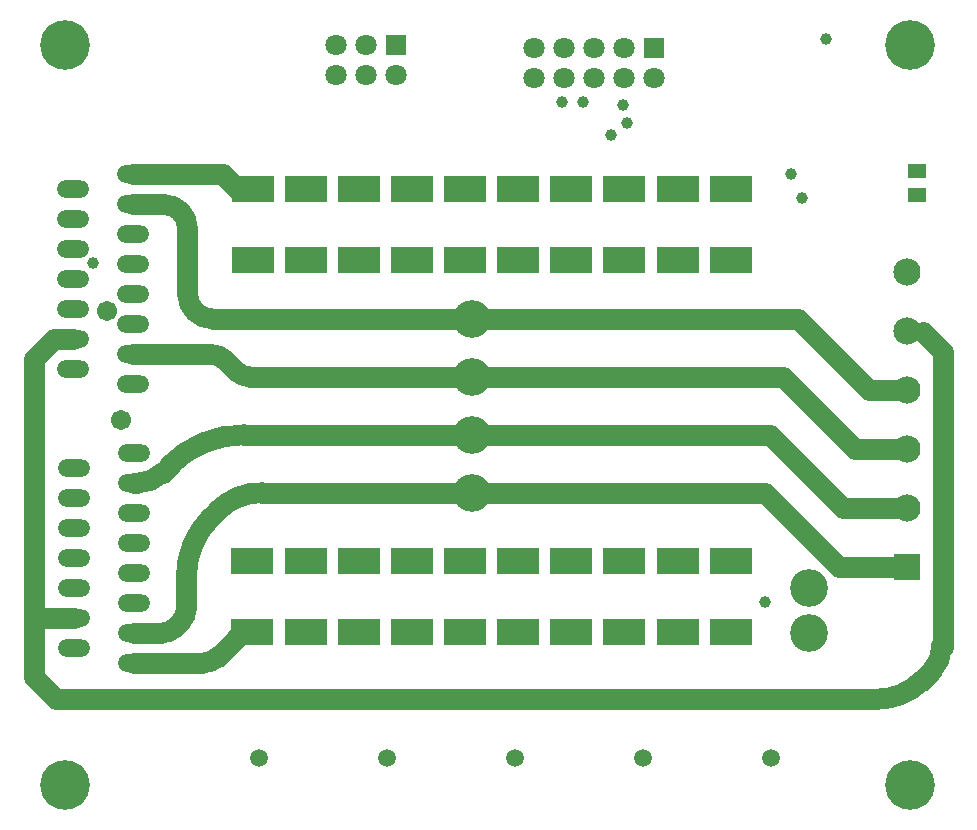
<source format=gts>
G04*
G04 #@! TF.GenerationSoftware,Altium Limited,Altium Designer,20.0.13 (296)*
G04*
G04 Layer_Color=8388736*
%FSLAX44Y44*%
%MOMM*%
G71*
G01*
G75*
%ADD16C,1.8000*%
%ADD17R,3.6032X2.2032*%
%ADD18R,1.6032X1.2032*%
%ADD19O,2.7432X1.4732*%
%ADD20R,1.5200X1.5200*%
%ADD21C,1.5200*%
%ADD22C,1.8082*%
%ADD23R,1.8082X1.8082*%
%ADD24R,2.3032X2.3032*%
%ADD25C,2.3032*%
%ADD26C,1.0032*%
%ADD27C,1.7032*%
%ADD28C,3.2032*%
%ADD29C,4.2032*%
D16*
X267000Y433000D02*
G03*
X267966Y432600I966J966D01*
G01*
X1034000Y408000D02*
G03*
X1036000Y412828I-4828J4828D01*
G01*
X1026724Y388724D02*
G03*
X1034231Y406847I-18122J18122D01*
G01*
X979909Y364000D02*
G03*
X1017620Y379621I0J53332D01*
G01*
X442000Y418000D02*
G03*
X438586Y416586I0J-4828D01*
G01*
X408722Y394500D02*
G03*
X422000Y400000I0J18778D01*
G01*
X390050Y429050D02*
G03*
X395000Y441000I-11950J11950D01*
G01*
X373900Y419900D02*
G03*
X385850Y424850I0J16899D01*
G01*
X459103Y539000D02*
G03*
X421371Y523371I0J-53361D01*
G01*
X416000Y518000D02*
G03*
X395000Y467301I50699J-50699D01*
G01*
X444040Y588000D02*
G03*
X380809Y561809I0J-89422D01*
G01*
X353200Y546900D02*
G03*
X374880Y555880I0J30661D01*
G01*
X453000Y637000D02*
G03*
X453000Y637000I0J0D01*
G01*
X437050Y641950D02*
G03*
X449000Y637000I11950J11950D01*
G01*
X428180Y650820D02*
G03*
X415915Y655900I-12265J-12265D01*
G01*
X396000Y707485D02*
G03*
X417485Y686000I21485J0D01*
G01*
X396000Y762718D02*
G03*
X375817Y782900I-20182J0D01*
G01*
X267966Y432600D02*
X300000D01*
X1036000Y407846D02*
Y447000D01*
X1017620Y379621D02*
X1026724Y388724D01*
X422000Y400000D02*
X438586Y416586D01*
X350800Y394500D02*
X408722D01*
X385850Y424850D02*
X390050Y429050D01*
X416000Y518000D02*
X421371Y523371D01*
X374880Y555880D02*
X380809Y561809D01*
X350800Y546900D02*
X353200D01*
X449000Y637000D02*
X453000D01*
X428180Y650820D02*
X437050Y641950D01*
X1019000Y675000D02*
X1036000Y658000D01*
Y444000D02*
Y658000D01*
X285000Y364000D02*
X979909D01*
X266000Y383000D02*
X285000Y364000D01*
X266000Y383000D02*
Y652000D01*
X282600Y668600D01*
X299000D01*
X948000Y476000D02*
X1005000D01*
X885000Y539000D02*
X948000Y476000D01*
X459103Y539000D02*
X885000D01*
X395000Y441000D02*
Y467301D01*
X350800Y419900D02*
X373900D01*
X951000Y526000D02*
X1005000D01*
X889000Y588000D02*
X951000Y526000D01*
X444040Y588000D02*
X889000Y588000D01*
X973000Y626000D02*
X1005000D01*
X913000Y686000D02*
X973000Y626000D01*
X872000Y686000D02*
X913000D01*
X961000Y576000D02*
X1005000D01*
X900000Y637000D02*
X961000Y576000D01*
X453000Y637000D02*
X900000Y637000D01*
X349800Y655900D02*
X415915D01*
X417485Y686000D02*
X872000Y686000D01*
X396000Y707485D02*
Y762718D01*
X349800Y782900D02*
X375817D01*
X425700Y808300D02*
X438000Y796000D01*
X349800Y808300D02*
X425700D01*
D17*
X496000Y481000D02*
D03*
Y421000D02*
D03*
X811000Y481000D02*
D03*
Y421000D02*
D03*
X721000Y481000D02*
D03*
Y421000D02*
D03*
X631000Y481000D02*
D03*
Y421000D02*
D03*
X451000Y481000D02*
D03*
Y421000D02*
D03*
X541000Y481000D02*
D03*
Y421000D02*
D03*
X586000Y481000D02*
D03*
Y421000D02*
D03*
X676000Y481000D02*
D03*
Y421000D02*
D03*
X766000Y481000D02*
D03*
Y421000D02*
D03*
X856000Y481000D02*
D03*
Y421000D02*
D03*
X496000Y796000D02*
D03*
Y736000D02*
D03*
X811000Y796000D02*
D03*
Y736000D02*
D03*
X721000Y796000D02*
D03*
Y736000D02*
D03*
X631000Y796000D02*
D03*
Y736000D02*
D03*
X451230Y796000D02*
D03*
Y736000D02*
D03*
X541000Y796000D02*
D03*
Y736000D02*
D03*
X586000Y796000D02*
D03*
Y736000D02*
D03*
X676000Y796000D02*
D03*
Y736000D02*
D03*
X766000Y796000D02*
D03*
Y736000D02*
D03*
X856000Y796000D02*
D03*
Y736000D02*
D03*
D18*
X1014000Y811000D02*
D03*
Y791000D02*
D03*
D19*
X299000Y719400D02*
D03*
X349800Y732100D02*
D03*
X299000Y744800D02*
D03*
X349800Y757500D02*
D03*
X299000Y770200D02*
D03*
X349800Y782900D02*
D03*
Y706700D02*
D03*
X299000Y694000D02*
D03*
X349800Y681300D02*
D03*
X299000Y668600D02*
D03*
X349800Y655900D02*
D03*
X299000Y795600D02*
D03*
X349800Y808300D02*
D03*
X299000Y643200D02*
D03*
X349800Y630500D02*
D03*
X300000Y483400D02*
D03*
X350800Y496100D02*
D03*
X300000Y508800D02*
D03*
X350800Y521500D02*
D03*
X300000Y534200D02*
D03*
X350800Y546900D02*
D03*
Y470700D02*
D03*
X300000Y458000D02*
D03*
X350800Y445300D02*
D03*
X300000Y432600D02*
D03*
X350800Y419900D02*
D03*
X300000Y559600D02*
D03*
X350800Y572300D02*
D03*
X300000Y407200D02*
D03*
X350800Y394500D02*
D03*
D20*
X457000Y364000D02*
D03*
X565250D02*
D03*
X673500D02*
D03*
X890000D02*
D03*
X781750D02*
D03*
D21*
X457000Y314000D02*
D03*
X565250D02*
D03*
X673500D02*
D03*
X890000D02*
D03*
X781750D02*
D03*
D22*
X522000Y892600D02*
D03*
Y918000D02*
D03*
X547400Y892600D02*
D03*
Y918000D02*
D03*
X572800Y892600D02*
D03*
X689600Y890000D02*
D03*
Y915400D02*
D03*
X715000Y890000D02*
D03*
Y915400D02*
D03*
X740400Y890000D02*
D03*
Y915400D02*
D03*
X765800Y890000D02*
D03*
Y915400D02*
D03*
X791200Y890000D02*
D03*
D23*
X572800Y918000D02*
D03*
X791200Y915400D02*
D03*
D24*
X1005000Y476000D02*
D03*
D25*
Y526000D02*
D03*
Y576000D02*
D03*
Y626000D02*
D03*
Y676000D02*
D03*
Y726000D02*
D03*
D26*
X731000Y870000D02*
D03*
X713000D02*
D03*
X316000Y733000D02*
D03*
X755000Y842000D02*
D03*
X765000Y867000D02*
D03*
X768000Y852000D02*
D03*
X937000Y923000D02*
D03*
X907000Y809000D02*
D03*
X916000Y788000D02*
D03*
X885000Y446000D02*
D03*
D27*
X328000Y693000D02*
D03*
X340000Y600000D02*
D03*
D28*
X922000Y458000D02*
D03*
Y420000D02*
D03*
X637000Y588000D02*
D03*
Y539000D02*
D03*
Y637000D02*
D03*
Y686000D02*
D03*
D29*
X292000Y291000D02*
D03*
Y918000D02*
D03*
X1008000D02*
D03*
Y291000D02*
D03*
M02*

</source>
